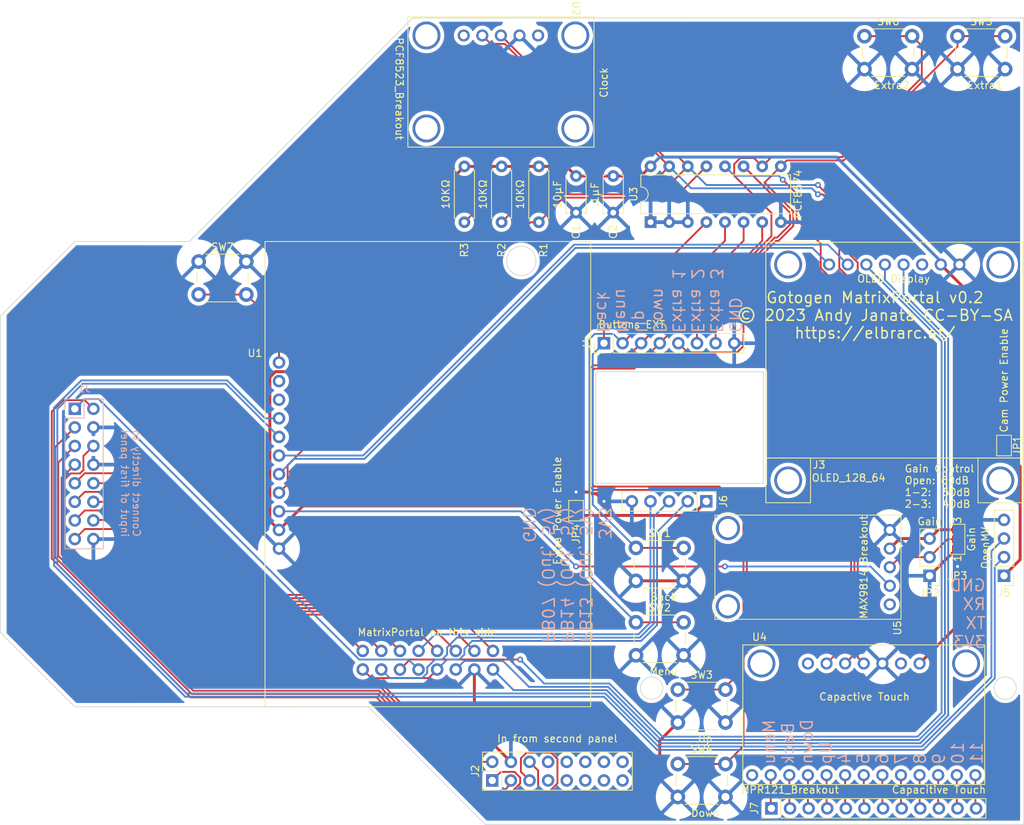
<source format=kicad_pcb>
(kicad_pcb (version 20211014) (generator pcbnew)
  (title_block (title "Gotogen Matrix Portal") (date "2023-01-17") (rev "3") (company "Andy Janata"))
  (layers (0 "F.Cu" signal) (31 "B.Cu" signal) (34 "B.Paste" user) (35 "F.Paste" user) (36 "B.SilkS" user "B.Silkscreen") (37 "F.SilkS" user "F.Silkscreen") (38 "B.Mask" user) (39 "F.Mask" user) (44 "Edge.Cuts" user))
  (net 0 "")
  (net 1 "/M_DATA")
  (net 2 "/LOOP_R2")
  (net 3 "/LOOP_G2")
  (net 4 "GND")
  (net 5 "/LOOP_R1")
  (net 6 "/LOOP_G1")
  (net 7 "/LOOP_B1")
  (net 8 "/M_A")
  (net 9 "/M_B")
  (net 10 "/M_C")
  (net 11 "/M_D")
  (net 12 "/M_CLK")
  (net 13 "/M_LAT")
  (net 14 "/M_OE")
  (net 25 "/GAIN")
  (net 28 "+3.3V")
  (net 29 "/OLED_DATA")
  (net 30 "/OLED_CLK")
  (net 31 "/OLED_DC")
  (net 32 "/OLED_RST")
  (net 33 "/OLED_CS")
  (net 35 "/B_BACK")
  (net 36 "/B_MENU")
  (net 37 "Net-(SW7-Pad2)")
  (net 38 "/PB07")
  (net 39 "/B_UP")
  (net 40 "/B_DOWN")
  (net 41 "/PB13")
  (net 42 "/B_EXTRA1")
  (net 43 "/B_EXTRA2")
  (net 44 "/B_EXTRA3")
  (net 45 "/CAM_TX")
  (net 46 "/CAM_RX")
  (net 47 "/GPIO_INT")
  (net 48 "/I2C_SCL")
  (net 49 "/I2C_SDA")
  (net 51 "/MIC")
  (net 53 "/CT_INT")
  (net 57 "/PB14")
  (net 58 "/CT_MENU")
  (net 59 "/CT_BACK")
  (net 60 "/CT_DOWN")
  (net 61 "/CT_UP")
  (net 62 "/CT_4")
  (net 63 "/CT_5")
  (net 64 "/CT_6")
  (net 65 "/CT_7")
  (net 66 "/CT_8")
  (net 67 "/CT_9")
  (net 68 "/CT_10")
  (net 69 "/CAM_3V3")
  (net 71 "/CT_11")
  (net 72 "/EXT_3V3")
  (footprint "Connector_PinHeader_2.54mm:PinHeader_1x05_P2.54mm_Vertical" (layer "F.Cu") (at 147.32 99.06 -90)
    (fp_text reference "J6")
    (fp_text value "Extra Connections")
  )
  (footprint "gotogen footprints:OLED_128_64" (layer "F.Cu") (at 155.450181 63.687476)
    (fp_text reference "J3")
    (fp_text value "OLED_128_64")
  )
  (footprint "Package_DIP:DIP-16_W7.62mm" (layer "F.Cu") (at 139.715 60.95 90)
    (fp_text reference "U3")
    (fp_text value "PCF8574")
  )
  (footprint "Button_Switch_THT:SW_PUSH_6mm" (layer "F.Cu") (at 168.91 35.56)
    (fp_text reference "SW6")
    (fp_text value "Extra2")
  )
  (footprint "Connector_PinHeader_2.54mm:PinHeader_1x03_P2.54mm_Vertical" (layer "F.Cu") (at 177.8 109.22 180)
    (fp_text reference "JP2")
    (fp_text value "Gain")
  )
  (footprint "Jumper:SolderJumper-2_P1.3mm_Open_Pad1.0x1.5mm" (layer "F.Cu") (at 129.54 100.33 -90)
    (fp_text reference "JP4")
    (fp_text value "Extra Power Enable")
  )
  (footprint "Button_Switch_THT:SW_PUSH_6mm" (layer "F.Cu") (at 137.72 115.57)
    (fp_text reference "SW2")
    (fp_text value "Menu")
  )
  (footprint "Resistor_THT:R_Axial_DIN0207_L6.3mm_D2.5mm_P7.62mm_Horizontal" (layer "F.Cu") (at 124.46 60.96 90)
    (fp_text reference "R1")
    (fp_text value "10KΩ")
  )
  (footprint "Button_Switch_THT:SW_PUSH_6mm" (layer "F.Cu") (at 181.61 35.56)
    (fp_text reference "SW5")
    (fp_text value "Extra1")
  )
  (footprint "Capacitor_THT:C_Disc_D5.0mm_W2.5mm_P5.00mm" (layer "F.Cu") (at 129.54 54.65 -90)
    (fp_text reference "C1")
    (fp_text value "10μF")
  )
  (footprint "Jumper:SolderJumper-3_P1.3mm_Open_Pad1.0x1.5mm_NumberLabels" (layer "F.Cu") (at 181.61 104.232476 90)
    (fp_text reference "JP3")
    (fp_text value "Gain")
  )
  (footprint "Capacitor_THT:C_Disc_D5.0mm_W2.5mm_P5.00mm" (layer "F.Cu") (at 134.62 54.65 -90)
    (fp_text reference "C2")
    (fp_text value ".1μF")
  )
  (footprint "Button_Switch_THT:SW_PUSH_6mm" (layer "F.Cu") (at 78.03 66.33)
    (fp_text reference "SW7")
    (fp_text value "Reset")
  )
  (footprint "Connector_PinHeader_2.54mm:PinHeader_1x08_P2.54mm_Vertical" (layer "F.Cu") (at 133.35 77.47 90)
    (fp_text reference "J4")
    (fp_text value "Buttons EXT")
  )
  (footprint "Resistor_THT:R_Axial_DIN0207_L6.3mm_D2.5mm_P7.62mm_Horizontal" (layer "F.Cu") (at 114.3 60.96 90)
    (fp_text reference "R3")
    (fp_text value "10KΩ")
  )
  (footprint "Button_Switch_THT:SW_PUSH_6mm" (layer "F.Cu") (at 137.72 105.41)
    (fp_text reference "SW1")
    (fp_text value "Back")
  )
  (footprint "gotogen footprints:PCF8523 Breakout" (layer "F.Cu") (at 131.985 50.705 180)
    (fp_text reference "U2")
    (fp_text value "PCF8523_Breakout")
  )
  (footprint "Button_Switch_THT:SW_PUSH_6mm" (layer "F.Cu") (at 143.435 124.75)
    (fp_text reference "SW3")
    (fp_text value "Up")
  )
  (footprint "Resistor_THT:R_Axial_DIN0207_L6.3mm_D2.5mm_P7.62mm_Horizontal" (layer "F.Cu") (at 119.38 60.96 90)
    (fp_text reference "R2")
    (fp_text value "10KΩ")
  )
  (footprint "Connector_PinHeader_2.54mm:PinHeader_1x04_P2.54mm_Vertical" (layer "F.Cu") (at 187.96 109.21 180)
    (fp_text reference "J5")
    (fp_text value "OpenMV")
  )
  (footprint "Connector_PinHeader_2.54mm:PinHeader_1x12_P2.54mm_Vertical" (layer "F.Cu") (at 156.21 140.97 90)
    (fp_text reference "J7")
    (fp_text value "Capacitive Touch")
  )
  (footprint "Connector_PinHeader_2.54mm:PinHeader_2x08_P2.54mm_Vertical" (layer "F.Cu") (at 118.11 137.16 90)
    (fp_text reference "J2")
    (fp_text value "HUB75 In")
  )
  (footprint "gotogen footprints:MAX9814 Breakout" (layer "F.Cu") (at 173.895 100.935785 -90)
    (fp_text reference "U5")
    (fp_text value "MAX9814_Breakout")
  )
  (footprint "gotogen footprints:MatrixPortal M4" (layer "F.Cu") (at 87.09 63.595)
    (fp_text reference "U1")
    (fp_text value "MatrixPortal_M4")
  )
  (footprint "Jumper:SolderJumper-2_P1.3mm_Open_Pad1.0x1.5mm" (layer "F.Cu") (at 187.96 91.44 -90)
    (fp_text reference "JP1")
    (fp_text value "Cam Power Enable")
  )
  (footprint "Button_Switch_THT:SW_PUSH_6mm" (layer "F.Cu") (at 143.435 134.91)
    (fp_text reference "SW4")
    (fp_text value "Down")
  )
  (footprint "gotogen footprints:MPR121 Breakout" (layer "F.Cu") (at 185.325 137.7 180)
    (fp_text reference "U4")
    (fp_text value "MPR121_Breakout")
  )
  (footprint "Connector_PinSocket_2.54mm:PinSocket_2x08_P2.54mm_Vertical" (layer "B.Cu") (at 61.121524 86.426524 180)
    (fp_text reference "J1")
    (fp_text value "HUB75 Out")
  )
  (gr_line (start 190.661524 63.592476) (end 190.661524 96.612476) (layer "Edge.Cuts") (width 0.1))
  (gr_circle (center 188.121524 124.552476) (end 189.645524 124.552476) (layer "Edge.Cuts") (width 0.1) (fill none))
  (gr_line (start 155.101524 96.612476) (end 132.241524 96.612476) (layer "Edge.Cuts") (width 0.1))
  (gr_line (start 61.121524 63.592476) (end 76.7588 63.6016) (layer "Edge.Cuts") (width 0.1))
  (gr_line (start 53.501524 119.472476) (end 61.121524 127.092476) (layer "Edge.Cuts") (width 0.1))
  (gr_line (start 101.1428 127.085523) (end 117.1448 143.1544) (layer "Edge.Cuts") (width 0.1))
  (gr_line (start 132.241524 81.372476) (end 155.101524 81.372476) (layer "Edge.Cuts") (width 0.1))
  (gr_line (start 155.101524 81.372476) (end 155.101524 96.612476) (layer "Edge.Cuts") (width 0.1))
  (gr_line (start 50.961524 116.932476) (end 53.501524 119.472476) (layer "Edge.Cuts") (width 0.1))
  (gr_line (start 190.661524 143.1544) (end 117.1448 143.1544) (layer "Edge.Cuts") (width 0.1))
  (gr_line (start 190.661524 127.092476) (end 190.661524 143.1544) (layer "Edge.Cuts") (width 0.1))
  (gr_line (start 76.7588 63.6016) (end 107.2388 33.086877) (layer "Edge.Cuts") (width 0.1))
  (gr_line (start 190.661524 96.612476) (end 190.661524 101.692476) (layer "Edge.Cuts") (width 0.1))
  (gr_line (start 53.501524 71.212476) (end 61.121524 63.592476) (layer "Edge.Cuts") (width 0.1))
  (gr_circle (center 139.861524 124.552476) (end 141.385524 124.552476) (layer "Edge.Cuts") (width 0.1) (fill none))
  (gr_line (start 190.661524 63.592476) (end 190.661524 33.0708) (layer "Edge.Cuts") (width 0.1))
  (gr_line (start 190.661524 33.0708) (end 107.2388 33.086877) (layer "Edge.Cuts") (width 0.1))
  (gr_line (start 50.961524 73.752476) (end 50.961524 116.932476) (layer "Edge.Cuts") (width 0.1))
  (gr_line (start 132.241524 96.612476) (end 132.241524 81.372476) (layer "Edge.Cuts") (width 0.1))
  (gr_line (start 101.1428 127.085523) (end 61.121524 127.092476) (layer "Edge.Cuts") (width 0.1))
  (gr_line (start 53.501524 71.212476) (end 50.961524 73.752476) (layer "Edge.Cuts") (width 0.1))
  (gr_circle (center 122.0724 66.2432) (end 124.079 66.2432) (layer "Edge.Cuts") (width 0.1) (fill none))
  (gr_line (start 190.661524 101.692476) (end 190.661524 127.092476) (layer "Edge.Cuts") (width 0.1))
  (gr_text "GND\nRX\nTX\n3V3" (at 185.581524 114.392476) (layer "B.SilkS") (effects (font (size 1.6 1.6) (thickness 0.2)) (justify left mirror)))
  (gr_text "GND\nExtra 3\nExtra 2\nExtra 1\nDown\nUp\nMenu\nBack" (at 142.24 76.2 270) (layer "B.SilkS") (effects (font (size 1.6 1.6) (thickness 0.2)) (justify left mirror)))
  (gr_text "Menu\nBack\nDown\nUp\n4\n5\n6\n7\n8\n9\n10\n11" (at 170.058919 135.084272 90) (layer "B.SilkS") (effects (font (size 1.6 1.6) (thickness 0.2)) (justify right mirror)))
  (gr_text "3V3\nPB13 (Out, 5V)\nPB14 (Out, 5V)\nPB07 (Out, 5V)\nGND" (at 128.27 99.695 270) (layer "B.SilkS") (effects (font (size 1.6 1.6) (thickness 0.2)) (justify right mirror)))
  (gr_text "Connect directly to\ninput of first panel" (at 68.741524 96.586524 -90) (layer "B.SilkS") (effects (font (size 1 1)) (justify mirror)))
  (gr_text "In from second panel" (at 127 131.445) (layer "F.SilkS") (effects (font (size 1 1))))
  (gr_text "OLED Display" (at 172.881524 68.672476) (layer "F.SilkS") (effects (font (size 1 1))))
  (gr_text "Gotogen MatrixPortal v0.2\n© 2023 Andy Janata CC-BY-SA\nhttps://elbrarc.at/" (at 170.341524 73.66) (layer "F.SilkS") (effects (font (size 1.5 1.5) (thickness 0.2))))
  (gr_text "Capactive Touch" (at 168.91 125.73) (layer "F.SilkS") (effects (font (size 1 1))))
  (gr_text "MatrixPortal on this side" (at 109.22 116.932476) (layer "F.SilkS") (effects (font (size 1 1))))
  (gr_text "Clock" (at 133.35 41.91 90) (layer "F.SilkS") (effects (font (size 1 1))))
  (gr_text "Gain Control\nOpen: 60dB\n1-2:  50dB\n2-3:  40dB" (at 174.311304 97.013375) (layer "F.SilkS") (effects (font (size 1 1)) (justify left)))
  (segment (start 61.121524 86.426524) (end 62.458048 85.09) (width 0.25) (layer "B.Cu") (net 1))
  (segment (start 64.378299 85.09) (end 99.938299 120.65) (width 0.25) (layer "B.Cu") (net 1))
  (segment (start 99.938299 120.65) (end 106.68 120.65) (width 0.25) (layer "B.Cu") (net 1))
  (segment (start 106.68 120.65) (end 108.045 122.015) (width 0.25) (layer "B.Cu") (net 1))
  (segment (start 62.458048 85.09) (end 64.378299 85.09) (width 0.25) (layer "B.Cu") (net 1))
  (segment (start 122.015 135.985) (end 123.19 137.16) (width 0.25) (layer "F.Cu") (net 2))
  (segment (start 62.486524 85.251524) (end 59.528476 85.251524) (width 0.25) (layer "F.Cu") (net 2))
  (segment (start 59.528476 85.251524) (end 57.97 86.81) (width 0.25) (layer "F.Cu") (net 2))
  (segment (start 57.97 106.866396) (end 76.913604 125.81) (width 0.25) (layer "F.Cu") (net 2))
  (segment (start 117.920812 141.42) (end 123.131701 141.42) (width 0.25) (layer "F.Cu") (net 2))
  (segment (start 127 134.228299) (end 126.121701 133.35) (width 0.25) (layer "F.Cu") (net 2))
  (segment (start 127 137.551701) (end 127 134.228299) (width 0.25) (layer "F.Cu") (net 2))
  (segment (start 102.310812 125.81) (end 117.920812 141.42) (width 0.25) (layer "F.Cu") (net 2))
  (segment (start 57.97 86.81) (end 57.97 106.866396) (width 0.25) (layer "F.Cu") (net 2))
  (segment (start 122.798299 133.35) (end 122.015 134.133299) (width 0.25) (layer "F.Cu") (net 2))
  (segment (start 122.015 134.133299) (end 122.015 135.985) (width 0.25) (layer "F.Cu") (net 2))
  (segment (start 123.131701 141.42) (end 127 137.551701) (width 0.25) (layer "F.Cu") (net 2))
  (segment (start 126.121701 133.35) (end 122.798299 133.35) (width 0.25) (layer "F.Cu") (net 2))
  (segment (start 76.913604 125.81) (end 102.310812 125.81) (width 0.25) (layer "F.Cu") (net 2))
  (segment (start 63.661524 86.426524) (end 62.486524 85.251524) (width 0.25) (layer "F.Cu") (net 2))
  (segment (start 77.1 125.36) (end 102.497208 125.36) (width 0.25) (layer "F.Cu") (net 3))
  (segment (start 124.365 138.525) (end 124.365 135.795) (width 0.25) (layer "F.Cu") (net 3))
  (segment (start 118.107208 140.97) (end 121.92 140.97) (width 0.25) (layer "F.Cu") (net 3))
  (segment (start 102.497208 125.36) (end 118.107208 140.97) (width 0.25) (layer "F.Cu") (net 3))
  (segment (start 61.121524 88.966524) (end 58.42 91.668048) (width 0.25) (layer "F.Cu") (net 3))
  (segment (start 58.42 106.68) (end 77.1 125.36) (width 0.25) (layer "F.Cu") (net 3))
  (segment (start 58.42 91.668048) (end 58.42 106.68) (width 0.25) (layer "F.Cu") (net 3))
  (segment (start 121.92 140.97) (end 124.365 138.525) (width 0.25) (layer "F.Cu") (net 3))
  (segment (start 124.365 135.795) (end 123.19 134.62) (width 0.25) (layer "F.Cu") (net 3))
  (segment (start 143.435 129.25) (end 140.97 131.715) (width 0.4) (layer "F.Cu") (net 4))
  (segment (start 140.97 131.715) (end 140.97 136.945) (width 0.4) (layer "F.Cu") (net 4))
  (segment (start 132.302476 98.012476) (end 133.35 99.06) (width 0.4) (layer "F.Cu") (net 4))
  (segment (start 181.61 105.532476) (end 181.487524 105.532476) (width 0.4) (layer "F.Cu") (net 4))
  (segment (start 181.487524 105.532476) (end 177.8 109.22) (width 0.4) (layer "F.Cu") (net 4))
  (segment (start 131.439149 97.79) (end 131.661625 98.012476) (width 0.4) (layer "F.Cu") (net 4))
  (segment (start 181.61 105.532476) (end 181.61 107.95) (width 0.4) (layer "F.Cu") (net 4))
  (segment (start 131.661625 98.012476) (end 132.302476 98.012476) (width 0.4) (layer "F.Cu") (net 4))
  (segment (start 137.72 109.91) (end 144.22 109.91) (width 0.4) (layer "F.Cu") (net 4))
  (segment (start 115.665 122.015) (end 115.665 129.635) (width 0.4) (layer "F.Cu") (net 4))
  (segment (start 140.97 136.945) (end 143.435 139.41) (width 0.4) (layer "F.Cu") (net 4))
  (segment (start 129.54 97.79) (end 131.439149 97.79) (width 0.4) (layer "F.Cu") (net 4))
  (segment (start 115.665 129.635) (end 120.65 134.62) (width 0.4) (layer "F.Cu") (net 4))
  (via (at 129.54 97.79) (size 0.8) (drill 0.4) (layers "F.Cu" "B.Cu") (net 4))
  (via (at 181.61 107.95) (size 0.8) (drill 0.4) (layers "F.Cu" "B.Cu") (net 4))
  (via (at 133.35 99.06) (size 0.8) (drill 0.4) (layers "F.Cu" "B.Cu") (net 4))
  (segment (start 102.683604 124.91) (end 117.008604 139.235) (width 0.25) (layer "F.Cu") (net 5))
  (segment (start 120.236701 139.235) (end 121.92 137.551701) (width 0.25) (layer "F.Cu") (net 5))
  (segment (start 121.92 137.551701) (end 121.92 136.768299) (width 0.25) (layer "F.Cu") (net 5))
  (segment (start 119.285 135.985) (end 118.11 137.16) (width 0.25) (layer "F.Cu") (net 5))
  (segment (start 121.92 136.768299) (end 121.136701 135.985) (width 0.25) (layer "F.Cu") (net 5))
  (segment (start 61.121524 91.506524) (end 58.87 93.758048) (width 0.25) (layer "F.Cu") (net 5))
  (segment (start 58.87 106.493604) (end 77.286396 124.91) (width 0.25) (layer "F.Cu") (net 5))
  (segment (start 121.136701 135.985) (end 119.285 135.985) (width 0.25) (layer "F.Cu") (net 5))
  (segment (start 117.008604 139.235) (end 120.236701 139.235) (width 0.25) (layer "F.Cu") (net 5))
  (segment (start 58.87 93.758048) (end 58.87 106.493604) (width 0.25) (layer "F.Cu") (net 5))
  (segment (start 77.286396 124.91) (end 102.683604 124.91) (width 0.25) (layer "F.Cu") (net 5))
  (segment (start 62.300128 92.86792) (end 62.300128 94.771524) (width 0.25) (layer "F.Cu") (net 6))
  (segment (start 62.300128 94.771524) (end 61.821652 95.25) (width 0.25) (layer "F.Cu") (net 6))
  (segment (start 77.659188 124.01) (end 103.056396 124.01) (width 0.25) (layer "F.Cu") (net 6))
  (segment (start 61.821652 95.25) (end 60.554444 95.25) (width 0.25) (layer "F.Cu") (net 6))
  (segment (start 113.666396 134.62) (end 118.11 134.62) (width 0.25) (layer "F.Cu") (net 6))
  (segment (start 59.77 106.120812) (end 77.659188 124.01) (width 0.25) (layer "F.Cu") (net 6))
  (segment (start 59.77 96.034444) (end 59.77 106.120812) (width 0.25) (layer "F.Cu") (net 6))
  (segment (start 60.554444 95.25) (end 59.77 96.034444) (width 0.25) (layer "F.Cu") (net 6))
  (segment (start 103.056396 124.01) (end 113.666396 134.62) (width 0.25) (layer "F.Cu") (net 6))
  (segment (start 63.661524 91.506524) (end 62.300128 92.86792) (width 0.25) (layer "F.Cu") (net 6))
  (segment (start 120.65 137.606396) (end 120.65 137.16) (width 0.25) (layer "F.Cu") (net 7))
  (segment (start 61.121524 94.046524) (end 59.32 95.848048) (width 0.25) (layer "F.Cu") (net 7))
  (segment (start 102.87 124.46) (end 117.195 138.785) (width 0.25) (layer "F.Cu") (net 7))
  (segment (start 119.471396 138.785) (end 120.65 137.606396) (width 0.25) (layer "F.Cu") (net 7))
  (segment (start 117.195 138.785) (end 119.471396 138.785) (width 0.25) (layer "F.Cu") (net 7))
  (segment (start 59.32 106.307208) (end 77.472792 124.46) (width 0.25) (layer "F.Cu") (net 7))
  (segment (start 77.472792 124.46) (end 102.87 124.46) (width 0.25) (layer "F.Cu") (net 7))
  (segment (start 59.32 95.848048) (end 59.32 106.307208) (width 0.25) (layer "F.Cu") (net 7))
  (segment (start 84.341524 111.551524) (end 84.616524 111.826524) (width 0.25) (layer "F.Cu") (net 8))
  (segment (start 84.337336 111.551524) (end 84.341524 111.551524) (width 0.25) (layer "F.Cu") (net 8))
  (segment (start 62.486524 95.221524) (end 68.007336 95.221524) (width 0.25) (layer "F.Cu") (net 8))
  (segment (start 61.121524 96.586524) (end 62.486524 95.221524) (width 0.25) (layer "F.Cu") (net 8))
  (segment (start 110.556524 111.826524) (end 118.205 119.475) (width 0.25) (layer "F.Cu") (net 8))
  (segment (start 84.616524 111.826524) (end 110.556524 111.826524) (width 0.25) (layer "F.Cu") (net 8))
  (segment (start 68.007336 95.221524) (end 84.337336 111.551524) (width 0.25) (layer "F.Cu") (net 8))
  (segment (start 63.661524 96.586524) (end 68.73594 96.586524) (width 0.25) (layer "F.Cu") (net 9))
  (segment (start 108.466524 112.276524) (end 115.665 119.475) (width 0.25) (layer "F.Cu") (net 9))
  (segment (start 84.42594 112.276524) (end 108.466524 112.276524) (width 0.25) (layer "F.Cu") (net 9))
  (segment (start 68.73594 96.586524) (end 84.42594 112.276524) (width 0.25) (layer "F.Cu") (net 9))
  (segment (start 69.274544 97.761524) (end 84.239544 112.726524) (width 0.25) (layer "F.Cu") (net 10))
  (segment (start 62.486524 97.761524) (end 69.274544 97.761524) (width 0.25) (layer "F.Cu") (net 10))
  (segment (start 106.376524 112.726524) (end 113.125 119.475) (width 0.25) (layer "F.Cu") (net 10))
  (segment (start 61.121524 99.126524) (end 62.486524 97.761524) (width 0.25) (layer "F.Cu") (net 10))
  (segment (start 84.239544 112.726524) (end 106.376524 112.726524) (width 0.25) (layer "F.Cu") (net 10))
  (segment (start 70.003148 99.126524) (end 84.053148 113.176524) (width 0.25) (layer "F.Cu") (net 11))
  (segment (start 104.286524 113.176524) (end 110.585 119.475) (width 0.25) (layer "F.Cu") (net 11))
  (segment (start 63.661524 99.126524) (end 70.003148 99.126524) (width 0.25) (layer "F.Cu") (net 11))
  (segment (start 84.053148 113.176524) (end 104.286524 113.176524) (width 0.25) (layer "F.Cu") (net 11))
  (segment (start 62.486524 100.301524) (end 61.121524 101.666524) (width 0.25) (layer "F.Cu") (net 12))
  (segment (start 83.866752 113.626524) (end 70.541752 100.301524) (width 0.25) (layer "F.Cu") (net 12))
  (segment (start 70.541752 100.301524) (end 62.486524 100.301524) (width 0.25) (layer "F.Cu") (net 12))
  (segment (start 99.656524 113.626524) (end 83.866752 113.626524) (width 0.25) (layer "F.Cu") (net 12))
  (segment (start 105.505 119.475) (end 99.656524 113.626524) (width 0.25) (layer "F.Cu") (net 12))
  (segment (start 71.161916 101.6) (end 83.63844 114.076524) (width 0.25) (layer "F.Cu") (net 13))
  (segment (start 63.661524 101.666524) (end 63.728048 101.6) (width 0.25) (layer "F.Cu") (net 13))
  (segment (start 97.566524 114.076524) (end 102.965 119.475) (width 0.25) (layer "F.Cu") (net 13))
  (segment (start 83.63844 114.076524) (end 97.566524 114.076524) (width 0.25) (layer "F.Cu") (net 13))
  (segment (start 63.728048 101.6) (end 71.161916 101.6) (width 0.25) (layer "F.Cu") (net 13))
  (segment (start 83.452044 114.526524) (end 95.476524 114.526524) (width 0.25) (layer "F.Cu") (net 14))
  (segment (start 71.767044 102.841524) (end 83.452044 114.526524) (width 0.25) (layer "F.Cu") (net 14))
  (segment (start 62.486524 102.841524) (end 71.767044 102.841524) (width 0.25) (layer "F.Cu") (net 14))
  (segment (start 61.121524 104.206524) (end 62.486524 102.841524) (width 0.25) (layer "F.Cu") (net 14))
  (segment (start 95.476524 114.526524) (end 100.425 119.475) (width 0.25) (layer "F.Cu") (net 14))
  (segment (start 180.247524 104.232476) (end 177.8 106.68) (width 0.25) (layer "F.Cu") (net 25))
  (segment (start 177.8 106.68) (end 173.738785 106.68) (width 0.25) (layer "F.Cu") (net 25))
  (segment (start 173.738785 106.68) (end 172.371 108.047785) (width 0.25) (layer "F.Cu") (net 25))
  (segment (start 181.61 104.232476) (end 180.247524 104.232476) (width 0.25) (layer "F.Cu") (net 25))
  (segment (start 186.96 90.79) (end 181.61 96.14) (width 0.4) (layer "F.Cu") (net 28))
  (segment (start 110.49 60.96) (end 110.49 57.15) (width 0.4) (layer "F.Cu") (net 28))
  (segment (start 177.8 104.14) (end 173.738785 104.14) (width 0.4) (layer "F.Cu") (net 28))
  (segment (start 87.745 101.715) (end 87.745 82.127233) (width 0.4) (layer "F.Cu") (net 28))
  (segment (start 173.738785 104.14) (end 172.371 105.507785) (width 0.4) (layer "F.Cu") (net 28))
  (segment (start 138.395 54.65) (end 139.715 53.33) (width 0.4) (layer "F.Cu") (net 28))
  (segment (start 179.007524 102.932476) (end 177.8 104.14) (width 0.4) (layer "F.Cu") (net 28))
  (segment (start 134.62 54.65) (end 138.395 54.65) (width 0.4) (layer "F.Cu") (net 28))
  (segment (start 88.995 102.965) (end 87.745 101.715) (width 0.4) (layer "F.Cu") (net 28))
  (segment (start 181.61 102.932476) (end 182.88 102.932476) (width 0.4) (layer "F.Cu") (net 28))
  (segment (start 88.995 102.965) (end 92.28 99.68) (width 0.4) (layer "F.Cu") (net 28))
  (segment (start 181.61 96.14) (end 181.61 102.932476) (width 0.4) (layer "F.Cu") (net 28))
  (segment (start 182.88 102.932476) (end 182.88 114.745) (width 0.4) (layer "F.Cu") (net 28))
  (segment (start 114.3 53.34) (end 119.38 53.34) (width 0.4) (layer "F.Cu") (net 28))
  (segment (start 129.54 54.65) (end 134.62 54.65) (width 0.4) (layer "F.Cu") (net 28))
  (segment (start 88.517233 81.355) (end 90.095 81.355) (width 0.4) (layer "F.Cu") (net 28))
  (segment (start 119.38 53.34) (end 124.46 53.34) (width 0.4) (layer "F.Cu") (net 28))
  (segment (start 181.61 102.932476) (end 179.007524 102.932476) (width 0.4) (layer "F.Cu") (net 28))
  (segment (start 182.88 114.745) (end 176.435 121.19) (width 0.4) (layer "F.Cu") (net 28))
  (segment (start 187.96 90.79) (end 186.96 90.79) (width 0.4) (layer "F.Cu") (net 28))
  (segment (start 110.49 57.15) (end 114.3 53.34) (width 0.4) (layer "F.Cu") (net 28))
  (segment (start 90.095 81.355) (end 110.49 60.96) (width 0.4) (layer "F.Cu") (net 28))
  (segment (start 187.96 90.79) (end 187.96 75.369295) (width 0.4) (layer "F.Cu") (net 28))
  (segment (start 92.28 99.68) (end 129.54 99.68) (width 0.4) (layer "F.Cu") (net 28))
  (segment (start 124.46 53.34) (end 128.23 53.34) (width 0.4) (layer "F.Cu") (net 28))
  (segment (start 187.96 75.369295) (end 179.326181 66.735476) (width 0.4) (layer "F.Cu") (net 28))
  (segment (start 87.745 82.127233) (end 88.517233 81.355) (width 0.4) (layer "F.Cu") (net 28))
  (segment (start 128.23 53.34) (end 129.54 54.65) (width 0.4) (layer "F.Cu") (net 28))
  (segment (start 139.715 53.33) (end 140.975 52.07) (width 0.4) (layer "B.Cu") (net 28))
  (segment (start 140.975 52.07) (end 165.1 52.07) (width 0.4) (layer "B.Cu") (net 28))
  (segment (start 179.326181 66.296181) (end 179.326181 66.735476) (width 0.4) (layer "B.Cu") (net 28))
  (segment (start 165.1 52.07) (end 179.326181 66.296181) (width 0.4) (layer "B.Cu") (net 28))
  (segment (start 161.818181 64.467476) (end 129.46292 64.467476) (width 0.25) (layer "B.Cu") (net 29))
  (segment (start 164.086181 66.735476) (end 161.818181 64.467476) (width 0.25) (layer "B.Cu") (net 29))
  (segment (start 129.46292 64.467476) (end 100.675396 93.255) (width 0.25) (layer "B.Cu") (net 29))
  (segment (start 100.675396 93.255) (end 91.085 93.255) (width 0.25) (layer "B.Cu") (net 29))
  (segment (start 91.085 93.255) (end 88.995 95.345) (width 0.25) (layer "B.Cu") (net 29))
  (segment (start 100.489 92.805) (end 88.995 92.805) (width 0.25) (layer "B.Cu") (net 30))
  (segment (start 163.908181 64.017476) (end 129.276524 64.017476) (width 0.25) (layer "B.Cu") (net 30))
  (segment (start 129.276524 64.017476) (end 100.489 92.805) (width 0.25) (layer "B.Cu") (net 30))
  (segment (start 166.626181 66.735476) (end 163.908181 64.017476) (width 0.25) (layer "B.Cu") (net 30))
  (segment (start 106.87 120.65) (end 121.92 120.65) (width 0.25) (layer "F.Cu") (net 31))
  (segment (start 105.505 122.015) (end 106.87 120.65) (width 0.25) (layer "F.Cu") (net 31))
  (via (at 121.92 120.65) (size 0.8) (drill 0.4) (layers "F.Cu" "B.Cu") (net 31))
  (segment (start 125.2 123.93) (end 134.095584 123.93) (width 0.25) (layer "B.Cu") (net 31))
  (segment (start 141.345584 131.18) (end 176.157208 131.18) (width 0.25) (layer "B.Cu") (net 31))
  (segment (start 134.095584 123.93) (end 141.345584 131.18) (width 0.25) (layer "B.Cu") (net 31))
  (segment (start 176.157208 131.18) (end 179.44 127.897208) (width 0.25) (layer "B.Cu") (net 31))
  (segment (start 179.44 127.897208) (end 179.44 77.205) (width 0.25) (layer "B.Cu") (net 31))
  (segment (start 179.44 77.205) (end 169.166181 66.931181) (width 0.25) (layer "B.Cu") (net 31))
  (segment (start 121.92 120.65) (end 125.2 123.93) (width 0.25) (layer "B.Cu") (net 31))
  (segment (start 169.166181 66.931181) (end 169.166181 66.735476) (width 0.25) (layer "B.Cu") (net 31))
  (segment (start 119.57 120.84) (end 123.11 124.38) (width 0.25) (layer "B.Cu") (net 32))
  (segment (start 141.159188 131.63) (end 176.343604 131.63) (width 0.25) (layer "B.Cu") (net 32))
  (segment (start 113.125 122.015) (end 114.3 120.84) (width 0.25) (layer "B.Cu") (net 32))
  (segment (start 123.11 124.38) (end 133.909188 124.38) (width 0.25) (layer "B.Cu") (net 32))
  (segment (start 133.909188 124.38) (end 141.159188 131.63) (width 0.25) (layer "B.Cu") (net 32))
  (segment (start 171.706181 68.834785) (end 171.706181 66.735476) (width 0.25) (layer "B.Cu") (net 32))
  (segment (start 179.89 77.018604) (end 171.706181 68.834785) (width 0.25) (layer "B.Cu") (net 32))
  (segment (start 176.343604 131.63) (end 179.89 128.083604) (width 0.25) (layer "B.Cu") (net 32))
  (segment (start 179.89 128.083604) (end 179.89 77.018604) (width 0.25) (layer "B.Cu") (net 32))
  (segment (start 114.3 120.84) (end 119.57 120.84) (width 0.25) (layer "B.Cu") (net 32))
  (segment (start 121.02 124.83) (end 118.205 122.015) (width 0.25) (layer "B.Cu") (net 33))
  (segment (start 180.34 128.27) (end 176.53 132.08) (width 0.25) (layer "B.Cu") (net 33))
  (segment (start 180.34 76.832208) (end 180.34 128.27) (width 0.25) (layer "B.Cu") (net 33))
  (segment (start 176.53 132.08) (end 140.972792 132.08) (width 0.25) (layer "B.Cu") (net 33))
  (segment (start 133.722792 124.83) (end 121.02 124.83) (width 0.25) (layer "B.Cu") (net 33))
  (segment (start 140.972792 132.08) (end 133.722792 124.83) (width 0.25) (layer "B.Cu") (net 33))
  (segment (start 174.246181 70.738389) (end 180.34 76.832208) (width 0.25) (layer "B.Cu") (net 33))
  (segment (start 174.246181 66.735476) (end 174.246181 70.738389) (width 0.25) (layer "B.Cu") (net 33))
  (segment (start 133.35 77.47) (end 133.35 74.935) (width 0.25) (layer "F.Cu") (net 35))
  (segment (start 133.35 74.935) (end 147.335 60.95) (width 0.25) (layer "F.Cu") (net 35))
  (segment (start 137.72 105.41) (end 144.22 105.41) (width 0.25) (layer "F.Cu") (net 35))
  (segment (start 133.35 77.47) (end 131.816524 79.003476) (width 0.25) (layer "B.Cu") (net 35))
  (segment (start 131.816524 99.506524) (end 137.72 105.41) (width 0.25) (layer "B.Cu") (net 35))
  (segment (start 131.816524 79.003476) (end 131.816524 99.506524) (width 0.25) (layer "B.Cu") (net 35))
  (segment (start 137.72 115.57) (end 144.22 115.57) (width 0.25) (layer "F.Cu") (net 36))
  (segment (start 135.89 77.47) (end 149.875 63.485) (width 0.25) (layer "F.Cu") (net 36))
  (segment (start 149.875 63.485) (end 149.875 60.95) (width 0.25) (layer "F.Cu") (net 36))
  (segment (start 131.366524 109.216524) (end 137.72 115.57) (width 0.25) (layer "B.Cu") (net 36))
  (segment (start 131.366524 76.913476) (end 131.366524 109.216524) (width 0.25) (layer "B.Cu") (net 36))
  (segment (start 135.89 77.47) (end 134.62 76.2) (width 0.25) (layer "B.Cu") (net 36))
  (segment (start 134.62 76.2) (end 132.08 76.2) (width 0.25) (layer "B.Cu") (net 36))
  (segment (start 132.08 76.2) (end 131.366524 76.913476) (width 0.25) (layer "B.Cu") (net 36))
  (segment (start 88.995 75.295) (end 84.53 70.83) (width 0.25) (layer "F.Cu") (net 37))
  (segment (start 78.03 70.83) (end 84.53 70.83) (width 0.25) (layer "F.Cu") (net 37))
  (segment (start 88.995 80.105) (end 88.995 75.295) (width 0.25) (layer "F.Cu") (net 37))
  (segment (start 110.31 117.21) (end 108.045 119.475) (width 0.25) (layer "B.Cu") (net 38))
  (segment (start 139.7 99.06) (end 139.7 115.57) (width 0.25) (layer "B.Cu") (net 38))
  (segment (start 138.06 117.21) (end 110.31 117.21) (width 0.25) (layer "B.Cu") (net 38))
  (segment (start 139.7 115.57) (end 138.06 117.21) (width 0.25) (layer "B.Cu") (net 38))
  (segment (start 149.935 124.75) (end 149.935 124.385) (width 0.25) (layer "F.Cu") (net 39))
  (segment (start 131.366524 81.010039) (end 131.879087 80.497476) (width 0.25) (layer "F.Cu") (net 39))
  (segment (start 143.435 124.75) (end 149.935 124.75) (width 0.25) (layer "F.Cu") (net 39))
  (segment (start 152.4 100.966396) (end 148.92108 97.487476) (width 0.25) (layer "F.Cu") (net 39))
  (segment (start 149.935 124.385) (end 151.95 122.37) (width 0.25) (layer "F.Cu") (net 39))
  (segment (start 131.879087 97.487476) (end 131.366524 96.974913) (width 0.25) (layer "F.Cu") (net 39))
  (segment (start 148.92108 97.487476) (end 131.879087 97.487476) (width 0.25) (layer "F.Cu") (net 39))
  (segment (start 152.4 119.53) (end 152.4 100.966396) (width 0.25) (layer "F.Cu") (net 39))
  (segment (start 151.95 122.37) (end 151.95 119.98) (width 0.25) (layer "F.Cu") (net 39))
  (segment (start 135.402524 80.497476) (end 138.43 77.47) (width 0.25) (layer "F.Cu") (net 39))
  (segment (start 131.879087 80.497476) (end 135.402524 80.497476) (width 0.25) (layer "F.Cu") (net 39))
  (segment (start 151.95 119.98) (end 152.4 119.53) (width 0.25) (layer "F.Cu") (net 39))
  (segment (start 138.43 77.47) (end 152.415 63.485) (width 0.25) (layer "F.Cu") (net 39))
  (segment (start 131.366524 96.974913) (end 131.366524 81.010039) (width 0.25) (layer "F.Cu") (net 39))
  (segment (start 152.415 63.485) (end 152.415 60.95) (width 0.25) (layer "F.Cu") (net 39))
  (segment (start 149.107476 97.037476) (end 152.85 100.78) (width 0.25) (layer "F.Cu") (net 40))
  (segment (start 152.85 119.716396) (end 152.4 120.166396) (width 0.25) (layer "F.Cu") (net 40))
  (segment (start 140.97 77.47) (end 137.492524 80.947476) (width 0.25) (layer "F.Cu") (net 40))
  (segment (start 143.435 134.91) (end 149.935 134.91) (width 0.25) (layer "F.Cu") (net 40))
  (segment (start 131.816524 81.196435) (end 131.816524 96.788517) (width 0.25) (layer "F.Cu") (net 40))
  (segment (start 132.065483 80.947476) (end 131.816524 81.196435) (width 0.25) (layer "F.Cu") (net 40))
  (segment (start 152.4 132.445) (end 149.935 134.91) (width 0.25) (layer "F.Cu") (net 40))
  (segment (start 131.816524 96.788517) (end 132.065483 97.037476) (width 0.25) (layer "F.Cu") (net 40))
  (segment (start 154.955 63.485) (end 154.955 60.95) (width 0.25) (layer "F.Cu") (net 40))
  (segment (start 152.85 100.78) (end 152.85 119.716396) (width 0.25) (layer "F.Cu") (net 40))
  (segment (start 140.97 77.47) (end 154.955 63.485) (width 0.25) (layer "F.Cu") (net 40))
  (segment (start 152.4 120.166396) (end 152.4 132.445) (width 0.25) (layer "F.Cu") (net 40))
  (segment (start 132.065483 97.037476) (end 149.107476 97.037476) (width 0.25) (layer "F.Cu") (net 40))
  (segment (start 137.492524 80.947476) (end 132.065483 80.947476) (width 0.25) (layer "F.Cu") (net 40))
  (segment (start 101.6 123.19) (end 109.41 123.19) (width 0.25) (layer "F.Cu") (net 41))
  (segment (start 109.41 123.19) (end 110.585 122.015) (width 0.25) (layer "F.Cu") (net 41))
  (segment (start 100.425 122.015) (end 101.6 123.19) (width 0.25) (layer "F.Cu") (net 41))
  (segment (start 114.3 119.961701) (end 114.3 119.178299) (width 0.25) (layer "B.Cu") (net 41))
  (segment (start 114.3 119.178299) (end 115.368299 118.11) (width 0.25) (layer "B.Cu") (net 41))
  (segment (start 111.95 120.65) (end 113.611701 120.65) (width 0.25) (layer "B.Cu") (net 41))
  (segment (start 138.432792 118.11) (end 140.6 115.942792) (width 0.25) (layer "B.Cu") (net 41))
  (segment (start 140.6 103.24) (end 144.78 99.06) (width 0.25) (layer "B.Cu") (net 41))
  (segment (start 115.368299 118.11) (end 138.432792 118.11) (width 0.25) (layer "B.Cu") (net 41))
  (segment (start 113.611701 120.65) (end 114.3 119.961701) (width 0.25) (layer "B.Cu") (net 41))
  (segment (start 140.6 115.942792) (end 140.6 103.24) (width 0.25) (layer "B.Cu") (net 41))
  (segment (start 110.585 122.015) (end 111.95 120.65) (width 0.25) (layer "B.Cu") (net 41))
  (segment (start 157.495 53.33) (end 158.305 52.52) (width 0.25) (layer "F.Cu") (net 42))
  (segment (start 144.78 78.74) (end 143.51 77.47) (width 0.25) (layer "F.Cu") (net 42))
  (segment (start 166.064213 52.52) (end 181.61 36.974213) (width 0.25) (layer "F.Cu") (net 42))
  (segment (start 181.61 36.974213) (end 181.61 35.56) (width 0.25) (layer "F.Cu") (net 42))
  (segment (start 159.2 59.478604) (end 159.2 61.472387) (width 0.25) (layer "F.Cu") (net 42))
  (segment (start 151.521701 78.74) (end 144.78 78.74) (width 0.25) (layer "F.Cu") (net 42))
  (segment (start 181.61 35.56) (end 188.11 35.56) (width 0.25) (layer "F.Cu") (net 42))
  (segment (start 155.273198 55.551802) (end 159.2 59.478604) (width 0.25) (layer "F.Cu") (net 42))
  (segment (start 157.169595 63.502792) (end 156.846396 63.502792) (width 0.25) (layer "F.Cu") (net 42))
  (segment (start 159.2 61.472387) (end 157.169595 63.502792) (width 0.25) (layer "F.Cu") (net 42))
  (segment (start 152.4 77.861701) (end 151.521701 78.74) (width 0.25) (layer "F.Cu") (net 42))
  (segment (start 152.4 67.949188) (end 152.4 77.861701) (width 0.25) (layer "F.Cu") (net 42))
  (segment (start 158.305 52.52) (end 166.064213 52.52) (width 0.25) (layer "F.Cu") (net 42))
  (segment (start 157.495 53.33) (end 155.273198 55.551802) (width 0.25) (layer "F.Cu") (net 42))
  (segment (start 156.846396 63.502792) (end 152.4 67.949188) (width 0.25) (layer "F.Cu") (net 42))
  (segment (start 176.735 36.885) (end 175.41 35.56) (width 0.25) (layer "F.Cu") (net 43))
  (segment (start 151.949009 52.205) (end 151.13 53.024009) (width 0.25) (layer "F.Cu") (net 43))
  (segment (start 151.13 53.024009) (end 151.13 54.61) (width 0.25) (layer "F.Cu") (net 43))
  (segment (start 146.05 73.026396) (end 146.05 77.47) (width 0.25) (layer "F.Cu") (net 43))
  (segment (start 154.955 53.33) (end 153.83 52.205) (width 0.25) (layer "F.Cu") (net 43))
  (segment (start 153.83 52.205) (end 151.949009 52.205) (width 0.25) (layer "F.Cu") (net 43))
  (segment (start 156.215 52.07) (end 165.877817 52.07) (width 0.25) (layer "F.Cu") (net 43))
  (segment (start 156.21 62.866396) (end 146.05 73.026396) (width 0.25) (layer "F.Cu") (net 43))
  (segment (start 154.955 53.33) (end 156.215 52.07) (width 0.25) (layer "F.Cu") (net 43))
  (segment (start 165.877817 52.07) (end 176.735 41.212817) (width 0.25) (layer "F.Cu") (net 43))
  (segment (start 156.21 59.69) (end 156.21 62.866396) (width 0.25) (layer "F.Cu") (net 43))
  (segment (start 168.91 35.56) (end 175.41 35.56) (width 0.25) (layer "F.Cu") (net 43))
  (segment (start 151.13 54.61) (end 156.21 59.69) (width 0.25) (layer "F.Cu") (net 43))
  (segment (start 176.735 41.212817) (end 176.735 36.885) (width 0.25) (layer "F.Cu") (net 43))
  (segment (start 156.66 63.052792) (end 148.59 71.122792) (width 0.25) (layer "F.Cu") (net 44))
  (segment (start 158.75 61.285991) (end 156.983199 63.052792) (width 0.25) (layer "F.Cu") (net 44))
  (segment (start 158.75 59.665) (end 158.75 61.285991) (width 0.25) (layer "F.Cu") (net 44))
  (segment (start 156.983199 63.052792) (end 156.66 63.052792) (width 0.25) (layer "F.Cu") (net 44))
  (segment (start 152.415 53.33) (end 158.75 59.665) (width 0.25) (layer "F.Cu") (net 44))
  (segment (start 148.59 71.122792) (end 148.59 77.47) (width 0.25) (layer "F.Cu") (net 44))
  (segment (start 62.011652 82.55) (end 58.288198 86.273454) (width 0.25) (layer "B.Cu") (net 45))
  (segment (start 58.288198 107.818198) (end 76.2 125.73) (width 0.25) (layer "B.Cu") (net 45))
  (segment (start 186.69 107.94) (end 187.96 106.67) (width 0.25) (layer "B.Cu") (net 45))
  (segment (start 133.35 125.73) (end 140.6 132.98) (width 0.25) (layer "B.Cu") (net 45))
  (segment (start 58.288198 86.273454) (end 58.288198 107.818198) (width 0.25) (layer "B.Cu") (net 45))
  (segment (start 87.091396 87.725) (end 81.916396 82.55) (width 0.25) (layer "B.Cu") (net 45))
  (segment (start 88.995 87.725) (end 87.091396 87.725) (width 0.25) (layer "B.Cu") (net 45))
  (segment (start 81.916396 82.55) (end 62.011652 82.55) (width 0.25) (layer "B.Cu") (net 45))
  (segment (start 140.6 132.98) (end 176.942934 132.98) (width 0.25) (layer "B.Cu") (net 45))
  (segment (start 186.69 123.232934) (end 186.69 107.94) (width 0.25) (layer "B.Cu") (net 45))
  (segment (start 176.942934 132.98) (end 186.69 123.232934) (width 0.25) (layer "B.Cu") (net 45))
  (segment (start 76.2 125.73) (end 133.35 125.73) (width 0.25) (layer "B.Cu") (net 45))
  (segment (start 62.198048 83) (end 58.738198 86.45985) (width 0.25) (layer "B.Cu") (net 46))
  (segment (start 76.386396 125.28) (end 133.536396 125.28) (width 0.25) (layer "B.Cu") (net 46))
  (segment (start 58.738198 107.631802) (end 76.386396 125.28) (width 0.25) (layer "B.Cu") (net 46))
  (segment (start 176.756538 132.53) (end 186.24 123.046538) (width 0.25) (layer "B.Cu") (net 46))
  (segment (start 58.738198 86.45985) (end 58.738198 107.631802) (width 0.25) (layer "B.Cu") (net 46))
  (segment (start 186.24 123.046538) (end 186.24 105.85) (width 0.25) (layer "B.Cu") (net 46))
  (segment (start 140.786396 132.53) (end 176.756538 132.53) (width 0.25) (layer "B.Cu") (net 46))
  (segment (start 81.73 83) (end 62.198048 83) (width 0.25) (layer "B.Cu") (net 46))
  (segment (start 133.536396 125.28) (end 140.786396 132.53) (width 0.25) (layer "B.Cu") (net 46))
  (segment (start 186.24 105.85) (end 187.96 104.13) (width 0.25) (layer "B.Cu") (net 46))
  (segment (start 88.995 90.265) (end 81.73 83) (width 0.25) (layer "B.Cu") (net 46))
  (segment (start 127.82 57.6) (end 143.065 57.6) (width 0.25) (layer "F.Cu") (net 47))
  (segment (start 124.46 60.96) (end 123.32863 60.96) (width 0.25) (layer "F.Cu") (net 47))
  (segment (start 124.46 60.96) (end 127.82 57.6) (width 0.25) (layer "F.Cu") (net 47))
  (segment (start 123.32863 60.96) (end 90.17 94.11863) (width 0.25) (layer "F.Cu") (net 47))
  (segment (start 90.17 94.11863) (end 90.17 96.71) (width 0.25) (layer "F.Cu") (net 47))
  (segment (start 143.065 57.6) (end 147.335 53.33) (width 0.25) (layer "F.Cu") (net 47))
  (segment (start 90.17 96.71) (end 88.995 97.885) (width 0.25) (layer "F.Cu") (net 47))
  (segment (start 167.9895 66.471742) (end 165.925681 64.407923) (width 0.25) (layer "F.Cu") (net 48))
  (segment (start 140.975 57.15) (end 144.795 53.33) (width 0.25) (layer "F.Cu") (net 48))
  (segment (start 123.19 57.15) (end 140.975 57.15) (width 0.25) (layer "F.Cu") (net 48))
  (segment (start 119.38 60.96) (end 123.19 57.15) (width 0.25) (layer "F.Cu") (net 48))
  (segment (start 132.741396 43.18) (end 127 43.18) (width 0.25) (layer "F.Cu") (net 48))
  (segment (start 143.535 52.07) (end 141.631396 52.07) (width 0.25) (layer "F.Cu") (net 48))
  (segment (start 168.815 121.19) (end 167.9895 120.3645) (width 0.25) (layer "F.Cu") (net 48))
  (segment (start 165.925681 64.407923) (end 165.925681 59.245681) (width 0.25) (layer "F.Cu") (net 48))
  (segment (start 165.925681 59.245681) (end 162.56 55.88) (width 0.25) (layer "F.Cu") (net 48))
  (segment (start 127 43.18) (end 119.285 35.465) (width 0.25) (layer "F.Cu") (net 48))
  (segment (start 141.631396 52.07) (end 132.741396 43.18) (width 0.25) (layer "F.Cu") (net 48))
  (segment (start 144.795 53.33) (end 143.535 52.07) (width 0.25) (layer "F.Cu") (net 48))
  (segment (start 167.9895 120.3645) (end 167.9895 66.471742) (width 0.25) (layer "F.Cu") (net 48))
  (via (at 162.56 55.88) (size 0.8) (drill 0.4) (layers "F.Cu" "B.Cu") (net 48))
  (segment (start 162.56 55.88) (end 147.345 55.88) (width 0.25) (layer "B.Cu") (net 48))
  (segment (start 147.345 55.88) (end 144.795 53.33) (width 0.25) (layer "B.Cu") (net 48))
  (segment (start 166.275 121.19) (end 167.5395 119.9255) (width 0.25) (layer "F.Cu") (net 49))
  (segment (start 163.193604 57.15) (end 162.56 57.15) (width 0.25) (layer "F.Cu") (net 49))
  (segment (start 126.813604 43.63) (end 132.555 43.63) (width 0.25) (layer "F.Cu") (net 49))
  (segment (start 118.56 56.7) (end 138.885 56.7) (width 0.25) (layer "F.Cu") (net 49))
  (segment (start 167.5395 119.9255) (end 167.5395 69.275848) (width 0.25) (layer "F.Cu") (net 49))
  (segment (start 132.555 43.63) (end 142.255 53.33) (width 0.25) (layer "F.Cu") (net 49))
  (segment (start 116.745 35.465) (end 117.8955 36.6155) (width 0.25) (layer "F.Cu") (net 49))
  (segment (start 119.799104 36.6155) (end 126.813604 43.63) (width 0.25) (layer "F.Cu") (net 49))
  (segment (start 117.8955 36.6155) (end 119.799104 36.6155) (width 0.25) (layer "F.Cu") (net 49))
  (segment (start 167.5395 69.275848) (end 165.475681 67.212029) (width 0.25) (layer "F.Cu") (net 49))
  (segment (start 165.475681 59.432077) (end 163.193604 57.15) (width 0.25) (layer "F.Cu") (net 49))
  (segment (start 165.475681 67.212029) (end 165.475681 59.432077) (width 0.25) (layer "F.Cu") (net 49))
  (segment (start 138.885 56.7) (end 142.255 53.33) (width 0.25) (layer "F.Cu") (net 49))
  (segment (start 114.3 60.96) (end 118.56 56.7) (width 0.25) (layer "F.Cu") (net 49))
  (via (at 162.56 57.15) (size 0.8) (drill 0.4) (layers "F.Cu" "B.Cu") (net 49))
  (segment (start 162.56 57.15) (end 161.74 56.33) (width 0.25) (layer "B.Cu") (net 49))
  (segment (start 161.74 56.33) (end 145.255 56.33) (width 0.25) (layer "B.Cu") (net 49))
  (segment (start 145.255 56.33) (end 142.255 53.33) (width 0.25) (layer "B.Cu") (net 49))
  (segment (start 129.54 107.95) (end 149.86 107.95) (width 0.25) (layer "F.Cu") (net 51))
  (via (at 149.86 107.95) (size 0.8) (drill 0.4) (layers "F.Cu" "B.Cu") (net 51))
  (via (at 129.54 107.95) (size 0.8) (drill 0.4) (layers "F.Cu" "B.Cu") (net 51))
  (segment (start 88.995 100.425) (end 122.015 100.425) (width 0.25) (layer "B.Cu") (net 51))
  (segment (start 169.733215 107.95) (end 172.371 110.587785) (width 0.25) (layer "B.Cu") (net 51))
  (segment (start 122.015 100.425) (end 129.54 107.95) (width 0.25) (layer "B.Cu") (net 51))
  (segment (start 149.86 107.95) (end 169.733215 107.95) (width 0.25) (layer "B.Cu") (net 51))
  (segment (start 159.65 57.051) (end 159.65 60.59) (width 0.25) (layer "F.Cu") (net 53))
  (segment (start 162.935681 67.212029) (end 167.0895 71.365848) (width 0.25) (layer "F.Cu") (net 53))
  (segment (start 162.935681 63.875681) (end 162.935681 67.212029) (width 0.25) (layer "F.Cu") (net 53))
  (segment (start 157.7545 55.1555) (end 159.65 57.051) (width 0.25) (layer "F.Cu") (net 53))
  (segment (start 167.0895 71.365848) (end 167.0895 117.8355) (width 0.25) (layer "F.Cu") (net 53))
  (segment (start 167.0895 117.8355) (end 163.735 121.19) (width 0.25) (layer "F.Cu") (net 53))
  (segment (start 159.65 60.59) (end 162.935681 63.875681) (width 0.25) (layer "F.Cu") (net 53))
  (via (at 157.7545 55.1555) (size 0.8) (drill 0.4) (layers "F.Cu" "B.Cu") (net 53))
  (segment (start 157.7545 55.1555) (end 157.209 54.61) (width 0.25) (layer "B.Cu") (net 53))
  (segment (start 157.209 54.61) (end 151.155 54.61) (width 0.25) (layer "B.Cu") (net 53))
  (segment (start 151.155 54.61) (end 149.875 53.33) (width 0.25) (layer "B.Cu") (net 53))
  (segment (start 111.95 119.961701) (end 111.95 118.988299) (width 0.25) (layer "B.Cu") (net 57))
  (segment (start 138.246396 117.66) (end 140.15 115.756396) (width 0.25) (layer "B.Cu") (net 57))
  (segment (start 108.531701 123.19) (end 109.22 122.501701) (width 0.25) (layer "B.Cu") (net 57))
  (segment (start 104.14 123.19) (end 108.531701 123.19) (width 0.25) (layer "B.Cu") (net 57))
  (segment (start 113.278299 117.66) (end 138.246396 117.66) (width 0.25) (layer "B.Cu") (net 57))
  (segment (start 110.288299 120.65) (end 111.261701 120.65) (width 0.25) (layer "B.Cu") (net 57))
  (segment (start 140.15 101.15) (end 142.24 99.06) (width 0.25) (layer "B.Cu") (net 57))
  (segment (start 109.22 121.718299) (end 110.288299 120.65) (width 0.25) (layer "B.Cu") (net 57))
  (segment (start 102.965 122.015) (end 104.14 123.19) (width 0.25) (layer "B.Cu") (net 57))
  (segment (start 111.95 118.988299) (end 113.278299 117.66) (width 0.25) (layer "B.Cu") (net 57))
  (segment (start 111.261701 120.65) (end 111.95 119.961701) (width 0.25) (layer "B.Cu") (net 57))
  (segment (start 140.15 115.756396) (end 140.15 101.15) (width 0.25) (layer "B.Cu") (net 57))
  (segment (start 109.22 122.501701) (end 109.22 121.718299) (width 0.25) (layer "B.Cu") (net 57))
  (segment (start 156.115 136.43) (end 156.115 140.875) (width 0.25) (layer "F.Cu") (net 58))
  (segment (start 156.115 140.875) (end 156.21 140.97) (width 0.25) (layer "F.Cu") (net 58))
  (segment (start 158.655 140.875) (end 158.75 140.97) (width 0.25) (layer "F.Cu") (net 59))
  (segment (start 158.655 136.43) (end 158.655 140.875) (width 0.25) (layer "F.Cu") (net 59))
  (segment (start 161.195 140.875) (end 161.29 140.97) (width 0.25) (layer "F.Cu") (net 60))
  (segment (start 161.195 136.43) (end 161.195 140.875) (width 0.25) (layer "F.Cu") (net 60))
  (segment (start 163.735 140.875) (end 163.83 140.97) (width 0.25) (layer "F.Cu") (net 61))
  (segment (start 163.735 136.43) (end 163.735 140.875) (width 0.25) (layer "F.Cu") (net 61))
  (segment (start 166.275 136.43) (end 166.275 140.875) (width 0.25) (layer "F.Cu") (net 62))
  (segment (start 166.275 140.875) (end 166.37 140.97) (width 0.25) (layer "F.Cu") (net 62))
  (segment (start 168.815 136.43) (end 168.815 140.875) (width 0.25) (layer "F.Cu") (net 63))
  (segment (start 168.815 140.875) (end 168.91 140.97) (width 0.25) (layer "F.Cu") (net 63))
  (segment (start 171.355 136.43) (end 171.355 140.875) (width 0.25) (layer "F.Cu") (net 64))
  (segment (start 171.355 140.875) (end 171.45 140.97) (width 0.25) (layer "F.Cu") (net 64))
  (segment (start 173.895 136.43) (end 173.895 140.875) (width 0.25) (layer "F.Cu") (net 65))
  (segment (start 173.895 140.875) (end 173.99 140.97) (width 0.25) (layer "F.Cu") (net 65))
  (segment (start 176.435 140.875) (end 176.53 140.97) (width 0.25) (layer "F.Cu") (net 66))
  (segment (start 176.435 136.43) (end 176.435 140.875) (width 0.25) (layer "F.Cu") (net 66))
  (segment (start 178.975 136.43) (end 178.975 140.875) (width 0.25) (layer "F.Cu") (net 67))
  (segment (start 178.975 140.875) (end 179.07 140.97) (width 0.25) (layer "F.Cu") (net 67))
  (segment (start 181.515 140.875) (end 181.61 140.97) (width 0.25) (layer "F.Cu") (net 68))
  (segment (start 181.515 136.43) (end 181.515 140.875) (width 0.25) (layer "F.Cu") (net 68))
  (segment (start 187.96 92.09) (end 190.161524 94.291524) (width 0.4) (layer "F.Cu") (net 69))
  (segment (start 190.161524 94.291524) (end 190.161524 107.008476) (width 0.4) (layer "F.Cu") (net 69))
  (segment (start 190.161524 107.008476) (end 187.96 109.21) (width 0.4) (layer "F.Cu") (net 69))
  (segment (start 184.055 136.43) (end 184.055 140.875) (width 0.25) (layer "F.Cu") (net 71))
  (segment (start 184.055 140.875) (end 184.15 140.97) (width 0.25) (layer "F.Cu") (net 71))
  (segment (start 145.4 100.98) (end 129.54 100.98) (width 0.4) (layer "F.Cu") (net 72))
  (segment (start 147.32 99.06) (end 145.4 100.98) (width 0.4) (layer "F.Cu") (net 72))
  (zone (net 4) (net_name "GND") (layer "B.Cu") (connect_pads (clearance 0.508)) (min_thickness 0.254) (fill yes (thermal_gap 2) (thermal_bridge_width 0.508))
    (polygon (pts (xy 190.3984 143.256) (xy 51.816 143.256) (xy 51.816 32.6644) (xy 190.3984 32.6644)))
  )
)
</source>
